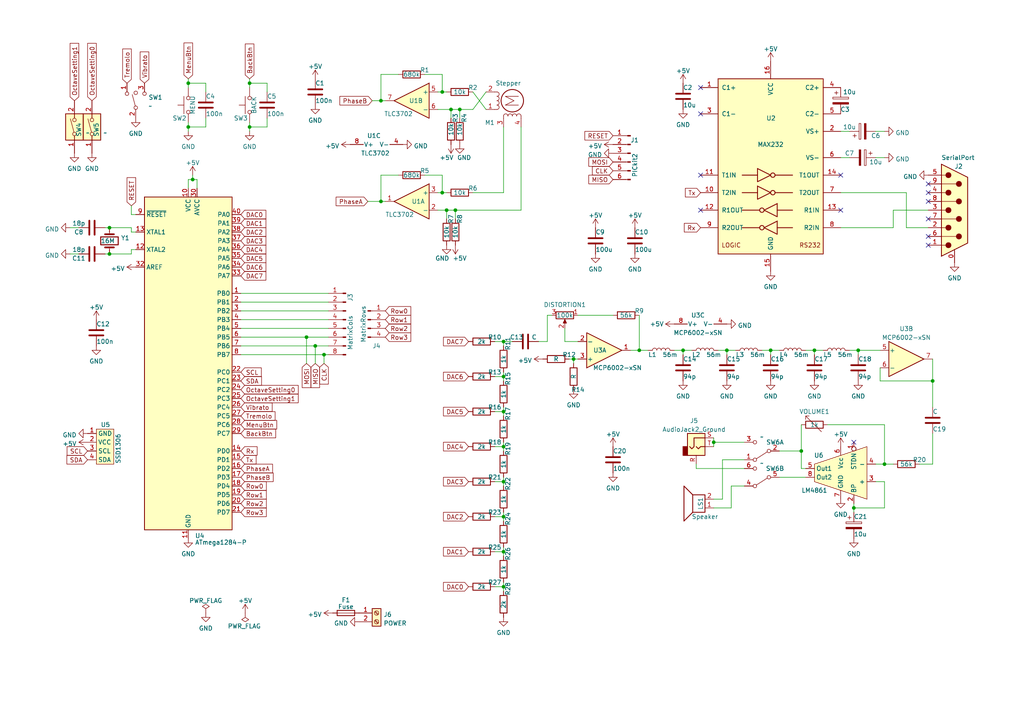
<source format=kicad_sch>
(kicad_sch (version 20230121) (generator eeschema)
  (paper "A4")
  (title_block (title "FSharp32"))
  (junction (at 256.54 134.62))
  (junction (at 146.05 129.54))
  (junction (at 210.82 101.6))
  (junction (at 270.51 110.49))
  (junction (at 129.54 60.96))
  (junction (at 207.01 128.27))
  (junction (at 198.12 101.6))
  (junction (at 146.05 119.38))
  (junction (at 91.44 100.33))
  (junction (at 132.08 60.96))
  (junction (at 146.05 99.06))
  (junction (at 146.05 149.86))
  (junction (at 185.42 101.6))
  (junction (at 72.39 36.83))
  (junction (at 130.81 31.75))
  (junction (at 110.49 58.42))
  (junction (at 54.61 24.13))
  (junction (at 146.05 170.18))
  (junction (at 31.75 73.66))
  (junction (at 133.35 31.75))
  (junction (at 88.9 97.79))
  (junction (at 93.98 102.87))
  (junction (at 31.75 66.04))
  (junction (at 128.27 26.67))
  (junction (at 236.22 101.6))
  (junction (at 110.49 29.21))
  (junction (at 146.05 139.7))
  (junction (at 146.05 160.02))
  (junction (at 54.61 36.83))
  (junction (at 232.41 130.81))
  (junction (at 128.27 55.88))
  (junction (at 146.05 109.22))
  (junction (at 247.65 147.32))
  (junction (at 55.88 52.07))
  (junction (at 166.37 104.14))
  (junction (at 223.52 101.6))
  (junction (at 248.92 101.6))
  (junction (at 72.39 24.13))
  (no_connect (at 269.24 53.34))
  (no_connect (at 269.24 71.12))
  (no_connect (at 243.84 50.8))
  (no_connect (at 269.24 55.88))
  (no_connect (at 203.2 50.8))
  (no_connect (at 269.24 63.5))
  (no_connect (at 247.65 128.27))
  (no_connect (at 203.2 25.4))
  (no_connect (at 243.84 60.96))
  (no_connect (at 203.2 33.02))
  (no_connect (at 269.24 68.58))
  (no_connect (at 269.24 58.42))
  (no_connect (at 203.2 60.96))
  (wire (pts (xy 210.82 102.87) (xy 210.82 101.6)))
  (wire (pts (xy 256.54 147.32) (xy 256.54 139.7)))
  (wire (pts (xy 146.05 36.83) (xy 146.05 55.88)))
  (wire (pts (xy 243.84 55.88) (xy 262.89 55.88)))
  (wire (pts (xy 69.85 87.63) (xy 95.25 87.63)))
  (wire (pts (xy 69.85 85.09) (xy 95.25 85.09)))
  (wire (pts (xy 30.48 66.04) (xy 31.75 66.04)))
  (wire (pts (xy 207.01 127) (xy 207.01 128.27)))
  (wire (pts (xy 146.05 168.91) (xy 146.05 170.18)))
  (wire (pts (xy 55.88 52.07) (xy 54.61 52.07)))
  (wire (pts (xy 156.21 99.06) (xy 158.75 99.06)))
  (wire (pts (xy 185.42 91.44) (xy 185.42 101.6)))
  (wire (pts (xy 88.9 97.79) (xy 95.25 97.79)))
  (wire (pts (xy 262.89 55.88) (xy 262.89 66.04)))
  (wire (pts (xy 106.68 58.42) (xy 110.49 58.42)))
  (wire (pts (xy 262.89 66.04) (xy 269.24 66.04)))
  (wire (pts (xy 163.83 99.06) (xy 167.64 99.06)))
  (wire (pts (xy 69.85 90.17) (xy 95.25 90.17)))
  (wire (pts (xy 185.42 101.6) (xy 182.88 101.6)))
  (wire (pts (xy 146.05 160.02) (xy 146.05 158.75)))
  (wire (pts (xy 201.93 135.89) (xy 201.93 134.62)))
  (wire (pts (xy 123.19 21.59) (xy 128.27 21.59)))
  (wire (pts (xy 146.05 99.06) (xy 146.05 100.33)))
  (wire (pts (xy 133.35 31.75) (xy 137.16 31.75)))
  (wire (pts (xy 226.06 130.81) (xy 232.41 130.81)))
  (wire (pts (xy 130.81 31.75) (xy 130.81 34.29)))
  (wire (pts (xy 20.32 66.04) (xy 22.86 66.04)))
  (wire (pts (xy 255.27 110.49) (xy 270.51 110.49)))
  (wire (pts (xy 254 134.62) (xy 256.54 134.62)))
  (wire (pts (xy 30.48 73.66) (xy 31.75 73.66)))
  (wire (pts (xy 243.84 38.1) (xy 246.38 38.1)))
  (wire (pts (xy 248.92 101.6) (xy 246.38 101.6)))
  (wire (pts (xy 128.27 50.8) (xy 123.19 50.8)))
  (wire (pts (xy 91.44 100.33) (xy 95.25 100.33)))
  (wire (pts (xy 158.75 91.44) (xy 160.02 91.44)))
  (wire (pts (xy 54.61 24.13) (xy 54.61 25.4)))
  (wire (pts (xy 146.05 55.88) (xy 137.16 55.88)))
  (wire (pts (xy 20.32 73.66) (xy 22.86 73.66)))
  (wire (pts (xy 59.69 24.13) (xy 54.61 24.13)))
  (wire (pts (xy 38.1 59.69) (xy 38.1 62.23)))
  (wire (pts (xy 146.05 129.54) (xy 146.05 130.81)))
  (wire (pts (xy 163.83 95.25) (xy 163.83 99.06)))
  (wire (pts (xy 110.49 50.8) (xy 110.49 58.42)))
  (wire (pts (xy 209.55 133.35) (xy 215.9 133.35)))
  (wire (pts (xy 137.16 31.75) (xy 140.97 26.67)))
  (wire (pts (xy 212.09 140.97) (xy 215.9 140.97)))
  (wire (pts (xy 143.51 170.18) (xy 146.05 170.18)))
  (wire (pts (xy 111.76 29.21) (xy 110.49 29.21)))
  (wire (pts (xy 243.84 66.04) (xy 259.08 66.04)))
  (wire (pts (xy 128.27 55.88) (xy 128.27 50.8)))
  (wire (pts (xy 167.64 91.44) (xy 177.8 91.44)))
  (wire (pts (xy 38.1 73.66) (xy 31.75 73.66)))
  (wire (pts (xy 166.37 104.14) (xy 167.64 104.14)))
  (wire (pts (xy 207.01 147.32) (xy 212.09 147.32)))
  (wire (pts (xy 210.82 101.6) (xy 208.28 101.6)))
  (wire (pts (xy 198.12 102.87) (xy 198.12 101.6)))
  (wire (pts (xy 185.42 101.6) (xy 187.96 101.6)))
  (wire (pts (xy 209.55 144.78) (xy 209.55 133.35)))
  (wire (pts (xy 132.08 63.5) (xy 132.08 60.96)))
  (wire (pts (xy 93.98 102.87) (xy 93.98 105.41)))
  (wire (pts (xy 248.92 101.6) (xy 255.27 101.6)))
  (wire (pts (xy 266.7 134.62) (xy 270.51 134.62)))
  (wire (pts (xy 232.41 135.89) (xy 233.68 135.89)))
  (wire (pts (xy 77.47 24.13) (xy 77.47 26.67)))
  (wire (pts (xy 72.39 24.13) (xy 72.39 25.4)))
  (wire (pts (xy 107.95 29.21) (xy 110.49 29.21)))
  (wire (pts (xy 210.82 101.6) (xy 213.36 101.6)))
  (wire (pts (xy 165.1 104.14) (xy 166.37 104.14)))
  (wire (pts (xy 215.9 135.89) (xy 201.93 135.89)))
  (wire (pts (xy 259.08 60.96) (xy 269.24 60.96)))
  (wire (pts (xy 143.51 119.38) (xy 146.05 119.38)))
  (wire (pts (xy 143.51 129.54) (xy 146.05 129.54)))
  (wire (pts (xy 223.52 101.6) (xy 220.98 101.6)))
  (wire (pts (xy 270.51 125.73) (xy 270.51 134.62)))
  (wire (pts (xy 129.54 63.5) (xy 129.54 60.96)))
  (wire (pts (xy 146.05 139.7) (xy 146.05 140.97)))
  (wire (pts (xy 247.65 147.32) (xy 247.65 148.59)))
  (wire (pts (xy 146.05 99.06) (xy 148.59 99.06)))
  (wire (pts (xy 127 31.75) (xy 130.81 31.75)))
  (wire (pts (xy 226.06 138.43) (xy 233.68 138.43)))
  (wire (pts (xy 69.85 97.79) (xy 88.9 97.79)))
  (wire (pts (xy 254 38.1) (xy 256.54 38.1)))
  (wire (pts (xy 57.15 52.07) (xy 57.15 54.61)))
  (wire (pts (xy 232.41 123.19) (xy 232.41 130.81)))
  (wire (pts (xy 146.05 109.22) (xy 146.05 110.49)))
  (wire (pts (xy 146.05 148.59) (xy 146.05 149.86)))
  (wire (pts (xy 93.98 102.87) (xy 95.25 102.87)))
  (wire (pts (xy 69.85 92.71) (xy 95.25 92.71)))
  (wire (pts (xy 143.51 99.06) (xy 146.05 99.06)))
  (wire (pts (xy 54.61 38.1) (xy 54.61 36.83)))
  (wire (pts (xy 247.65 147.32) (xy 256.54 147.32)))
  (wire (pts (xy 198.12 101.6) (xy 200.66 101.6)))
  (wire (pts (xy 207.01 128.27) (xy 207.01 129.54)))
  (wire (pts (xy 59.69 36.83) (xy 59.69 34.29)))
  (wire (pts (xy 212.09 147.32) (xy 212.09 140.97)))
  (wire (pts (xy 236.22 101.6) (xy 238.76 101.6)))
  (wire (pts (xy 256.54 134.62) (xy 256.54 123.19)))
  (wire (pts (xy 69.85 100.33) (xy 91.44 100.33)))
  (wire (pts (xy 158.75 99.06) (xy 158.75 91.44)))
  (wire (pts (xy 72.39 22.86) (xy 72.39 24.13)))
  (wire (pts (xy 72.39 35.56) (xy 72.39 36.83)))
  (wire (pts (xy 128.27 55.88) (xy 129.54 55.88)))
  (wire (pts (xy 72.39 36.83) (xy 72.39 38.1)))
  (wire (pts (xy 59.69 26.67) (xy 59.69 24.13)))
  (wire (pts (xy 127 26.67) (xy 128.27 26.67)))
  (wire (pts (xy 129.54 60.96) (xy 127 60.96)))
  (wire (pts (xy 128.27 26.67) (xy 129.54 26.67)))
  (wire (pts (xy 110.49 58.42) (xy 111.76 58.42)))
  (wire (pts (xy 91.44 100.33) (xy 91.44 105.41)))
  (wire (pts (xy 54.61 52.07) (xy 54.61 54.61)))
  (wire (pts (xy 259.08 66.04) (xy 259.08 60.96)))
  (wire (pts (xy 31.75 66.04) (xy 38.1 66.04)))
  (wire (pts (xy 207.01 144.78) (xy 209.55 144.78)))
  (wire (pts (xy 198.12 101.6) (xy 195.58 101.6)))
  (wire (pts (xy 72.39 24.13) (xy 77.47 24.13)))
  (wire (pts (xy 236.22 101.6) (xy 233.68 101.6)))
  (wire (pts (xy 38.1 66.04) (xy 38.1 67.31)))
  (wire (pts (xy 207.01 128.27) (xy 215.9 128.27)))
  (wire (pts (xy 128.27 21.59) (xy 128.27 26.67)))
  (wire (pts (xy 232.41 130.81) (xy 232.41 135.89)))
  (wire (pts (xy 137.16 26.67) (xy 140.97 31.75)))
  (wire (pts (xy 247.65 146.05) (xy 247.65 147.32)))
  (wire (pts (xy 256.54 139.7) (xy 254 139.7)))
  (wire (pts (xy 166.37 104.14) (xy 166.37 105.41)))
  (wire (pts (xy 146.05 170.18) (xy 146.05 171.45)))
  (wire (pts (xy 256.54 123.19) (xy 240.03 123.19)))
  (wire (pts (xy 254 45.72) (xy 256.54 45.72)))
  (wire (pts (xy 143.51 149.86) (xy 146.05 149.86)))
  (wire (pts (xy 110.49 29.21) (xy 110.49 21.59)))
  (wire (pts (xy 54.61 24.13) (xy 54.61 22.86)))
  (wire (pts (xy 243.84 45.72) (xy 246.38 45.72)))
  (wire (pts (xy 130.81 31.75) (xy 133.35 31.75)))
  (wire (pts (xy 54.61 36.83) (xy 59.69 36.83)))
  (wire (pts (xy 256.54 134.62) (xy 259.08 134.62)))
  (wire (pts (xy 38.1 67.31) (xy 39.37 67.31)))
  (wire (pts (xy 146.05 139.7) (xy 146.05 138.43)))
  (wire (pts (xy 143.51 139.7) (xy 146.05 139.7)))
  (wire (pts (xy 69.85 95.25) (xy 95.25 95.25)))
  (wire (pts (xy 146.05 107.95) (xy 146.05 109.22)))
  (wire (pts (xy 132.08 60.96) (xy 129.54 60.96)))
  (wire (pts (xy 55.88 50.8) (xy 55.88 52.07)))
  (wire (pts (xy 69.85 102.87) (xy 93.98 102.87)))
  (wire (pts (xy 223.52 102.87) (xy 223.52 101.6)))
  (wire (pts (xy 39.37 72.39) (xy 38.1 72.39)))
  (wire (pts (xy 127 55.88) (xy 128.27 55.88)))
  (wire (pts (xy 143.51 160.02) (xy 146.05 160.02)))
  (wire (pts (xy 88.9 97.79) (xy 88.9 105.41)))
  (wire (pts (xy 270.51 104.14) (xy 270.51 110.49)))
  (wire (pts (xy 143.51 109.22) (xy 146.05 109.22)))
  (wire (pts (xy 133.35 31.75) (xy 133.35 34.29)))
  (wire (pts (xy 77.47 36.83) (xy 77.47 34.29)))
  (wire (pts (xy 55.88 52.07) (xy 57.15 52.07)))
  (wire (pts (xy 255.27 106.68) (xy 255.27 110.49)))
  (wire (pts (xy 151.13 60.96) (xy 151.13 36.83)))
  (wire (pts (xy 236.22 102.87) (xy 236.22 101.6)))
  (wire (pts (xy 132.08 60.96) (xy 151.13 60.96)))
  (wire (pts (xy 270.51 110.49) (xy 270.51 118.11)))
  (wire (pts (xy 146.05 160.02) (xy 146.05 161.29)))
  (wire (pts (xy 223.52 101.6) (xy 226.06 101.6)))
  (wire (pts (xy 146.05 128.27) (xy 146.05 129.54)))
  (wire (pts (xy 146.05 119.38) (xy 146.05 120.65)))
  (wire (pts (xy 38.1 72.39) (xy 38.1 73.66)))
  (wire (pts (xy 248.92 102.87) (xy 248.92 101.6)))
  (wire (pts (xy 115.57 50.8) (xy 110.49 50.8)))
  (wire (pts (xy 38.1 62.23) (xy 39.37 62.23)))
  (wire (pts (xy 72.39 36.83) (xy 77.47 36.83)))
  (wire (pts (xy 146.05 149.86) (xy 146.05 151.13)))
  (wire (pts (xy 54.61 35.56) (xy 54.61 36.83)))
  (wire (pts (xy 146.05 119.38) (xy 146.05 118.11)))
  (wire (pts (xy 110.49 21.59) (xy 115.57 21.59)))
  (global_label "DAC7" (shape input) (at 69.85 80.01 0) (property "Intersheetrefs" "${INTERSHEET_REFS}" (effects hide)))
  (global_label "DAC2" (shape input) (at 69.85 67.31 0) (property "Intersheetrefs" "${INTERSHEET_REFS}" (effects hide)))
  (global_label "DAC0" (shape input) (at 135.89 170.18 180) (property "Intersheetrefs" "${INTERSHEET_REFS}" (effects hide)))
  (global_label "MenuBtn" (shape input) (at 69.85 123.19 0) (property "Intersheetrefs" "${INTERSHEET_REFS}" (effects hide)))
  (global_label "Tremolo" (shape input) (at 36.83 24.13 90) (property "Intersheetrefs" "${INTERSHEET_REFS}" (effects hide)))
  (global_label "Rx" (shape input) (at 203.2 66.04 180) (property "Intersheetrefs" "${INTERSHEET_REFS}" (effects hide)))
  (global_label "PhaseA" (shape input) (at 106.68 58.42 180) (property "Intersheetrefs" "${INTERSHEET_REFS}" (effects hide)))
  (global_label "DAC7" (shape input) (at 135.89 99.06 180) (property "Intersheetrefs" "${INTERSHEET_REFS}" (effects hide)))
  (global_label "RESET" (shape input) (at 177.8 39.37 180) (property "Intersheetrefs" "${INTERSHEET_REFS}" (effects hide)))
  (global_label "DAC4" (shape input) (at 69.85 72.39 0) (property "Intersheetrefs" "${INTERSHEET_REFS}" (effects hide)))
  (global_label "DAC1" (shape input) (at 135.89 160.02 180) (property "Intersheetrefs" "${INTERSHEET_REFS}" (effects hide)))
  (global_label "DAC3" (shape input) (at 69.85 69.85 0) (property "Intersheetrefs" "${INTERSHEET_REFS}" (effects hide)))
  (global_label "Row1" (shape input) (at 69.85 143.51 0) (property "Intersheetrefs" "${INTERSHEET_REFS}" (effects hide)))
  (global_label "CLK" (shape input) (at 177.8 49.53 180) (property "Intersheetrefs" "${INTERSHEET_REFS}" (effects hide)))
  (global_label "Vibrato" (shape input) (at 69.85 118.11 0) (property "Intersheetrefs" "${INTERSHEET_REFS}" (effects hide)))
  (global_label "CLK" (shape input) (at 93.98 105.41 270) (property "Intersheetrefs" "${INTERSHEET_REFS}" (effects hide)))
  (global_label "Vibrato" (shape input) (at 41.91 24.13 90) (property "Intersheetrefs" "${INTERSHEET_REFS}" (effects hide)))
  (global_label "Row3" (shape input) (at 111.76 97.79 0) (property "Intersheetrefs" "${INTERSHEET_REFS}" (effects hide)))
  (global_label "PhaseB" (shape input) (at 69.85 138.43 0) (property "Intersheetrefs" "${INTERSHEET_REFS}" (effects hide)))
  (global_label "RESET" (shape input) (at 38.1 59.69 90) (property "Intersheetrefs" "${INTERSHEET_REFS}" (effects hide)))
  (global_label "DAC4" (shape input) (at 135.89 129.54 180) (property "Intersheetrefs" "${INTERSHEET_REFS}" (effects hide)))
  (global_label "DAC2" (shape input) (at 135.89 149.86 180) (property "Intersheetrefs" "${INTERSHEET_REFS}" (effects hide)))
  (global_label "Row0" (shape input) (at 111.76 90.17 0) (property "Intersheetrefs" "${INTERSHEET_REFS}" (effects hide)))
  (global_label "DAC1" (shape input) (at 69.85 64.77 0) (property "Intersheetrefs" "${INTERSHEET_REFS}" (effects hide)))
  (global_label "OctaveSetting0" (shape input) (at 69.85 113.03 0) (property "Intersheetrefs" "${INTERSHEET_REFS}" (effects hide)))
  (global_label "PhaseB" (shape input) (at 107.95 29.21 180) (property "Intersheetrefs" "${INTERSHEET_REFS}" (effects hide)))
  (global_label "OctaveSetting1" (shape input) (at 69.85 115.57 0) (property "Intersheetrefs" "${INTERSHEET_REFS}" (effects hide)))
  (global_label "PhaseA" (shape input) (at 69.85 135.89 0) (property "Intersheetrefs" "${INTERSHEET_REFS}" (effects hide)))
  (global_label "SCL" (shape input) (at 69.85 107.95 0) (property "Intersheetrefs" "${INTERSHEET_REFS}" (effects hide)))
  (global_label "OctaveSetting1" (shape input) (at 21.59 29.21 90) (property "Intersheetrefs" "${INTERSHEET_REFS}" (effects hide)))
  (global_label "DAC5" (shape input) (at 69.85 74.93 0) (property "Intersheetrefs" "${INTERSHEET_REFS}" (effects hide)))
  (global_label "MenuBtn" (shape input) (at 54.61 22.86 90) (property "Intersheetrefs" "${INTERSHEET_REFS}" (effects hide)))
  (global_label "MOSI" (shape input) (at 177.8 46.99 180) (property "Intersheetrefs" "${INTERSHEET_REFS}" (effects hide)))
  (global_label "BackBtn" (shape input) (at 69.85 125.73 0) (property "Intersheetrefs" "${INTERSHEET_REFS}" (effects hide)))
  (global_label "DAC3" (shape input) (at 135.89 139.7 180) (property "Intersheetrefs" "${INTERSHEET_REFS}" (effects hide)))
  (global_label "DAC6" (shape input) (at 69.85 77.47 0) (property "Intersheetrefs" "${INTERSHEET_REFS}" (effects hide)))
  (global_label "Row2" (shape input) (at 111.76 95.25 0) (property "Intersheetrefs" "${INTERSHEET_REFS}" (effects hide)))
  (global_label "DAC6" (shape input) (at 135.89 109.22 180) (property "Intersheetrefs" "${INTERSHEET_REFS}" (effects hide)))
  (global_label "Tx" (shape input) (at 69.85 133.35 0) (property "Intersheetrefs" "${INTERSHEET_REFS}" (effects hide)))
  (global_label "MISO" (shape input) (at 91.44 105.41 270) (property "Intersheetrefs" "${INTERSHEET_REFS}" (effects hide)))
  (global_label "BackBtn" (shape input) (at 72.39 22.86 90) (property "Intersheetrefs" "${INTERSHEET_REFS}" (effects hide)))
  (global_label "Tx" (shape input) (at 203.2 55.88 180) (property "Intersheetrefs" "${INTERSHEET_REFS}" (effects hide)))
  (global_label "MOSI" (shape input) (at 88.9 105.41 270) (property "Intersheetrefs" "${INTERSHEET_REFS}" (effects hide)))
  (global_label "SDA" (shape input) (at 69.85 110.49 0) (property "Intersheetrefs" "${INTERSHEET_REFS}" (effects hide)))
  (global_label "Tremolo" (shape input) (at 69.85 120.65 0) (property "Intersheetrefs" "${INTERSHEET_REFS}" (effects hide)))
  (global_label "SDA" (shape input) (at 25.4 133.35 180) (property "Intersheetrefs" "${INTERSHEET_REFS}" (effects hide)))
  (global_label "SCL" (shape input) (at 25.4 130.81 180) (property "Intersheetrefs" "${INTERSHEET_REFS}" (effects hide)))
  (global_label "Row1" (shape input) (at 111.76 92.71 0) (property "Intersheetrefs" "${INTERSHEET_REFS}" (effects hide)))
  (global_label "MISO" (shape input) (at 177.8 52.07 180) (property "Intersheetrefs" "${INTERSHEET_REFS}" (effects hide)))
  (global_label "Rx" (shape input) (at 69.85 130.81 0) (property "Intersheetrefs" "${INTERSHEET_REFS}" (effects hide)))
  (global_label "Row0" (shape input) (at 69.85 140.97 0) (property "Intersheetrefs" "${INTERSHEET_REFS}" (effects hide)))
  (global_label "Row3" (shape input) (at 69.85 148.59 0) (property "Intersheetrefs" "${INTERSHEET_REFS}" (effects hide)))
  (global_label "DAC5" (shape input) (at 135.89 119.38 180) (property "Intersheetrefs" "${INTERSHEET_REFS}" (effects hide)))
  (global_label "Row2" (shape input) (at 69.85 146.05 0) (property "Intersheetrefs" "${INTERSHEET_REFS}" (effects hide)))
  (global_label "DAC0" (shape input) (at 69.85 62.23 0) (property "Intersheetrefs" "${INTERSHEET_REFS}" (effects hide)))
  (global_label "OctaveSetting0" (shape input) (at 26.67 29.21 90) (property "Intersheetrefs" "${INTERSHEET_REFS}" (effects hide)))
  (symbol (lib_id "power:GND") (at 198.12 110.49 0) (unit 1)
    (property "Reference" "#PWR037" (effects hide))
    (property "Value" "GND" (at 198.12 114.9334 0))
  )
  (symbol (lib_id "Device:R") (at 139.7 149.86 90) (unit 1)
    (property "Reference" "R23" (at 143.51 148.59 90))
    (property "Value" "2k" (at 139.7 149.86 90))
    (property "Footprint" "Resistor_THT:R_Axial_DIN0207_L6.3mm_D2.5mm_P7.62mm_Horizontal" (effects hide))
  )
  (symbol (lib_id "Device:R") (at 133.35 55.88 90) (unit 1)
    (property "Reference" "R6" (at 137.16 54.61 90))
    (property "Value" "10k" (at 133.35 55.88 90))
    (property "Footprint" "Resistor_THT:R_Axial_DIN0204_L3.6mm_D1.6mm_P7.62mm_Horizontal" (effects hide))
  )
  (symbol (lib_id "Device:C") (at 198.12 27.94 0) (unit 1)
    (property "Reference" "C2" (at 198.12 25.4 0) (effects (justify left)))
    (property "Value" "10u" (at 198.12 30.48 0) (effects (justify left)))
    (property "Footprint" "Capacitor_THT:CP_Radial_Tantal_D5.0mm_P2.50mm" (effects hide))
  )
  (symbol (lib_id "Device:C_Polarized") (at 247.65 152.4 0) (unit 1)
    (property "Reference" "C21" (at 247.65 149.86 0) (effects (justify left)))
    (property "Value" "10u" (at 247.65 154.94 0) (effects (justify left)))
    (property "Footprint" "Capacitor_THT:CP_Radial_Tantal_D5.0mm_P2.50mm" (effects hide))
  )
  (symbol (lib_id "Device:R") (at 146.05 144.78 0) (unit 1)
    (property "Reference" "R22" (at 147.32 142.24 90) (effects (justify left)))
    (property "Value" "1k" (at 146.05 146.05 90) (effects (justify left)))
    (property "Footprint" "Resistor_THT:R_Axial_DIN0207_L6.3mm_D2.5mm_P7.62mm_Horizontal" (effects hide))
  )
  (symbol (lib_id "Amplifier_Operational:MCP6002-xSN") (at 262.89 104.14 0) (unit 2)
    (property "Reference" "U3" (at 262.89 95.3602 0))
    (property "Value" "MCP6002-xSN" (at 262.89 97.8971 0))
    (property "Footprint" "Package_SO:SOIC-8_3.9x4.9mm_P1.27mm" (effects hide))
    (property "Datasheet" "http://ww1.microchip.com/downloads/en/DeviceDoc/21733j.pdf" (effects hide))
  )
  (symbol (lib_id "Device:R") (at 166.37 109.22 0) (unit 1)
    (property "Reference" "R14" (at 167.64 113.03 0))
    (property "Value" "R" (at 166.37 109.22 90))
    (property "Footprint" "Resistor_SMD:R_0805_2012Metric" (effects hide))
  )
  (symbol (lib_id "power:GND") (at 172.72 73.66 0) (unit 1)
    (property "Reference" "#PWR027" (effects hide))
    (property "Value" "GND" (at 172.72 78.1034 0))
  )
  (symbol (lib_id "Device:R") (at 161.29 104.14 90) (unit 1)
    (property "Reference" "R12" (at 165.1 102.87 90))
    (property "Value" "R" (at 161.29 104.14 90))
    (property "Footprint" "Resistor_SMD:R_0805_2012Metric" (effects hide))
  )
  (symbol (lib_id "Device:R") (at 146.05 114.3 0) (unit 1)
    (property "Reference" "R15" (at 147.32 111.76 90) (effects (justify left)))
    (property "Value" "1k" (at 146.05 115.57 90) (effects (justify left)))
    (property "Footprint" "Resistor_THT:R_Axial_DIN0207_L6.3mm_D2.5mm_P7.62mm_Horizontal" (effects hide))
  )
  (symbol (lib_id "power:GND") (at 198.12 31.75 0) (unit 1)
    (property "Reference" "#PWR05" (effects hide))
    (property "Value" "GND" (at 198.12 36.1934 0))
  )
  (symbol (lib_id "Device:R") (at 133.35 26.67 90) (unit 1)
    (property "Reference" "R2" (at 137.16 25.4 90))
    (property "Value" "10k" (at 133.35 26.67 90))
    (property "Footprint" "Resistor_THT:R_Axial_DIN0204_L3.6mm_D1.6mm_P7.62mm_Horizontal" (effects hide))
  )
  (symbol (lib_id "power:+5V") (at 172.72 66.04 0) (unit 1)
    (property "Reference" "#PWR022" (effects hide))
    (property "Value" "+5V" (at 172.72 62.4642 0))
  )
  (symbol (lib_id "Device:C") (at 236.22 106.68 0) (unit 1)
    (property "Reference" "C17" (at 236.22 104.14 0) (effects (justify left)))
    (property "Value" "94p" (at 236.22 109.22 0) (effects (justify left)))
    (property "Footprint" "Capacitor_THT:C_Rect_L7.0mm_W2.0mm_P5.00mm" (effects hide))
  )
  (symbol (lib_id "power:GND") (at 27.94 100.33 0) (unit 1)
    (property "Reference" "#PWR035" (effects hide))
    (property "Value" "GND" (at 27.94 104.7734 0))
  )
  (symbol (lib_id "power:GND") (at 104.14 180.34 270) (unit 1)
    (property "Reference" "#PWR055" (effects hide))
    (property "Value" "GND" (at 100.9651 180.7738 90) (effects (justify right)))
  )
  (symbol (lib_id "MCU_Microchip_ATmega:ATmega1284-P") (at 54.61 105.41 0) (unit 1)
    (property "Reference" "U4" (at 56.5659 155.3925 0) (effects (justify left)))
    (property "Value" "ATmega1284-P" (at 56.5659 157.3135 0) (effects (justify left)))
    (property "Footprint" "Package_DIP:DIP-40_W15.24mm" (effects hide))
    (property "Datasheet" "http://ww1.microchip.com/downloads/en/DeviceDoc/Atmel-8272-8-bit-AVR-microcontroller-ATmega164A_PA-324A_PA-644A_PA-1284_P_datasheet.pdf" (effects hide))
  )
  (symbol (lib_id "Device:Fuse") (at 100.33 177.8 90) (unit 1)
    (property "Reference" "F1" (at 100.33 174.0281 90))
    (property "Value" "Fuse" (at 100.33 175.9491 90))
    (property "Footprint" "Fuse:Fuse_2010_5025Metric" (effects hide))
  )
  (symbol (lib_id "power:GND") (at 236.22 110.49 0) (unit 1)
    (property "Reference" "#PWR040" (effects hide))
    (property "Value" "GND" (at 236.22 114.9334 0))
  )
  (symbol (lib_id "Device:R") (at 139.7 139.7 90) (unit 1)
    (property "Reference" "R21" (at 143.51 138.43 90))
    (property "Value" "2k" (at 139.7 139.7 90))
    (property "Footprint" "Resistor_THT:R_Axial_DIN0207_L6.3mm_D2.5mm_P7.62mm_Horizontal" (effects hide))
  )
  (symbol (lib_id "Switch:SW_SPDT_MSM") (at 39.37 29.21 90) (unit 1)
    (property "Reference" "SW1" (at 43.053 28.2483 90) (effects (justify right)))
    (property "Value" "~" (at 43.053 30.7852 90) (effects (justify right)))
    (property "Footprint" "Connector_PinSocket_2.54mm:PinSocket_1x03_P2.54mm_Vertical" (effects hide))
  )
  (symbol (lib_id "Device:R") (at 132.08 67.31 0) (unit 1)
    (property "Reference" "R8" (at 133.35 63.5 90))
    (property "Value" "10k" (at 132.08 67.31 90))
    (property "Footprint" "Resistor_THT:R_Axial_DIN0204_L3.6mm_D1.6mm_P7.62mm_Horizontal" (effects hide))
  )
  (symbol (lib_id "Device:R") (at 129.54 67.31 0) (unit 1)
    (property "Reference" "R7" (at 130.81 63.5 90))
    (property "Value" "10k" (at 129.54 67.31 90))
    (property "Footprint" "Resistor_THT:R_Axial_DIN0204_L3.6mm_D1.6mm_P7.62mm_Horizontal" (effects hide))
  )
  (symbol (lib_id "Device:R_Potentiometer") (at 163.83 91.44 270) (unit 1)
    (property "Reference" "DISTORTION1" (at 163.83 88.3936 90))
    (property "Value" "100k" (at 163.83 91.44 90))
    (property "Footprint" "Connector_PinSocket_2.54mm:PinSocket_1x02_P2.54mm_Vertical" (effects hide))
  )
  (symbol (lib_id "Device:Speaker") (at 201.93 147.32 180) (unit 1)
    (property "Reference" "LS1" (at 203.2 146.05 90))
    (property "Value" "Speaker" (at 204.47 149.86 0))
    (property "Footprint" "TerminalBlock:TerminalBlock_bornier-2_P5.08mm" (effects hide))
  )
  (symbol (lib_id "power:+5V") (at 27.94 92.71 0) (unit 1)
    (property "Reference" "#PWR032" (effects hide))
    (property "Value" "+5V" (at 27.94 89.1342 0))
  )
  (symbol (lib_id "Device:R") (at 139.7 170.18 90) (unit 1)
    (property "Reference" "R27" (at 143.51 168.91 90))
    (property "Value" "2k" (at 139.7 170.18 90))
    (property "Footprint" "Resistor_THT:R_Axial_DIN0207_L6.3mm_D2.5mm_P7.62mm_Horizontal" (effects hide))
  )
  (symbol (lib_id "power:+5V") (at 177.8 41.91 90) (unit 1)
    (property "Reference" "#PWR014" (effects hide))
    (property "Value" "+5V" (at 174.6251 42.3438 90) (effects (justify left)))
  )
  (symbol (lib_id "Device:L") (at 229.87 101.6 90) (unit 1)
    (property "Reference" "L4" (at 227.33 102.87 90))
    (property "Value" "56m" (at 232.41 102.87 90))
    (property "Footprint" "Inductor_THT:L_Axial_L6.6mm_D2.7mm_P10.16mm_Horizontal_Vishay_IM-2" (effects hide))
  )
  (symbol (lib_id "Device:C") (at 26.67 66.04 90) (unit 1)
    (property "Reference" "C8" (at 22.86 67.31 90))
    (property "Value" "18p" (at 22.86 64.77 90))
    (property "Footprint" "Capacitor_THT:C_Rect_L4.0mm_W2.5mm_P2.50mm" (effects hide))
  )
  (symbol (lib_id "power:GND") (at 20.32 66.04 270) (unit 1)
    (property "Reference" "#PWR021" (effects hide))
    (property "Value" "GND" (at 17.1451 66.4738 90) (effects (justify right)))
  )
  (symbol (lib_id "Device:R") (at 262.89 134.62 90) (unit 1)
    (property "Reference" "R20" (at 266.7 133.35 90))
    (property "Value" "56k" (at 262.89 134.62 90))
    (property "Footprint" "Resistor_SMD:R_0805_2012Metric" (effects hide))
  )
  (symbol (lib_id "Device:C") (at 270.51 121.92 0) (mirror x) (unit 1)
    (property "Reference" "C19" (at 270.51 124.46 0) (effects (justify left)))
    (property "Value" "C" (at 270.51 119.38 0) (effects (justify left)))
    (property "Footprint" "Capacitor_SMD:C_0805_2012Metric" (effects hide))
  )
  (symbol (lib_id "power:+5V") (at 39.37 77.47 90) (unit 1)
    (property "Reference" "#PWR030" (effects hide))
    (property "Value" "+5V" (at 36.1951 77.9038 90) (effects (justify left)))
  )
  (symbol (lib_id "Connector:Conn_01x04_Pin") (at 106.68 92.71 0) (unit 1)
    (property "Reference" "J4" (at 109.22 100.33 0))
    (property "Value" "MatrixRows" (at 105.41 93.98 90))
    (property "Footprint" "Connector_PinSocket_2.54mm:PinSocket_1x04_P2.54mm_Vertical" (effects hide))
  )
  (symbol (lib_id "power:GND") (at 248.92 110.49 0) (unit 1)
    (property "Reference" "#PWR041" (effects hide))
    (property "Value" "GND" (at 248.92 114.9334 0))
  )
  (symbol (lib_id "Device:R") (at 146.05 104.14 0) (unit 1)
    (property "Reference" "R11" (at 147.32 101.6 90) (effects (justify left)))
    (property "Value" "1k" (at 146.05 105.41 90) (effects (justify left)))
    (property "Footprint" "Resistor_THT:R_Axial_DIN0207_L6.3mm_D2.5mm_P7.62mm_Horizontal" (effects hide))
  )
  (symbol (lib_id "power:GND") (at 25.4 125.73 270) (unit 1)
    (property "Reference" "#PWR043" (effects hide))
    (property "Value" "GND" (at 22.2251 126.1638 90) (effects (justify right)))
  )
  (symbol (lib_id "Device:R") (at 130.81 38.1 0) (unit 1)
    (property "Reference" "R3" (at 132.08 35.56 90) (effects (justify left)))
    (property "Value" "10k" (at 130.81 39.37 90) (effects (justify left)))
    (property "Footprint" "Resistor_THT:R_Axial_DIN0204_L3.6mm_D1.6mm_P7.62mm_Horizontal" (effects hide))
  )
  (symbol (lib_id "Device:R") (at 139.7 160.02 90) (unit 1)
    (property "Reference" "R25" (at 143.51 158.75 90))
    (property "Value" "2k" (at 139.7 160.02 90))
    (property "Footprint" "Resistor_THT:R_Axial_DIN0207_L6.3mm_D2.5mm_P7.62mm_Horizontal" (effects hide))
  )
  (symbol (lib_id "Motor:Stepper_Motor_bipolar") (at 148.59 29.21 90) (unit 1)
    (property "Reference" "M1" (at 143.51 35.56 90) (effects (justify left)))
    (property "Value" "Stepper" (at 151.13 24.13 90) (effects (justify left)))
    (property "Footprint" "Connector_PinSocket_2.54mm:PinSocket_1x04_P2.54mm_Vertical" (effects hide))
    (property "Datasheet" "http://www.infineon.com/dgdl/Application-Note-TLE8110EE_driving_UniPolarStepperMotor_V1.1.pdf?fileId=db3a30431be39b97011be5d0aa0a00b0" (effects hide))
  )
  (symbol (lib_id "power:+5V") (at 71.12 177.8 0) (unit 1)
    (property "Reference" "#PWR052" (effects hide))
    (property "Value" "+5V" (at 71.12 174.2242 0))
  )
  (symbol (lib_id "Device:Crystal") (at 31.75 69.85 270) (unit 1)
    (property "Reference" "Y1" (at 35.0774 69.0153 90) (effects (justify left)))
    (property "Value" "16M" (at 29.21 69.85 90) (effects (justify left)))
    (property "Footprint" "Crystal:Resonator-2Pin_W10.0mm_H5.0mm" (effects hide))
  )
  (symbol (lib_id "Switch:SW_Push") (at 54.61 30.48 90) (unit 1)
    (property "Reference" "SW2" (at 52.07 34.29 90))
    (property "Value" "MENU" (at 55.88 30.48 0))
    (property "Footprint" "Connector_PinSocket_2.54mm:PinSocket_1x02_P2.54mm_Vertical" (effects hide))
  )
  (symbol (lib_id "Device:R") (at 119.38 50.8 90) (unit 1)
    (property "Reference" "R5" (at 123.19 49.53 90))
    (property "Value" "680k" (at 119.38 50.8 90))
    (property "Footprint" "Resistor_THT:R_Axial_DIN0204_L3.6mm_D1.6mm_P7.62mm_Horizontal" (effects hide))
  )
  (symbol (lib_id "power:GND") (at 223.52 110.49 0) (unit 1)
    (property "Reference" "#PWR039" (effects hide))
    (property "Value" "GND" (at 223.52 114.9334 0))
  )
  (symbol (lib_id "Device:R") (at 146.05 175.26 0) (unit 1)
    (property "Reference" "R28" (at 147.32 172.72 90) (effects (justify left)))
    (property "Value" "2k" (at 146.05 176.53 90) (effects (justify left)))
    (property "Footprint" "Resistor_THT:R_Axial_DIN0207_L6.3mm_D2.5mm_P7.62mm_Horizontal" (effects hide))
  )
  (symbol (lib_id "Amplifier_Operational:MCP6002-xSN") (at 203.2 91.44 90) (unit 3)
    (property "Reference" "U3" (at 204.47 91.44 90) (effects (justify left)))
    (property "Value" "MCP6002-xSN" (at 209.55 96.52 90) (effects (justify left)))
    (property "Footprint" "Package_SO:SOIC-8_3.9x4.9mm_P1.27mm" (effects hide))
    (property "Datasheet" "http://ww1.microchip.com/downloads/en/DeviceDoc/21733j.pdf" (effects hide))
  )
  (symbol (lib_id "Device:R") (at 146.05 165.1 0) (unit 1)
    (property "Reference" "R26" (at 147.32 162.56 90) (effects (justify left)))
    (property "Value" "1k" (at 146.05 166.37 90) (effects (justify left)))
    (property "Footprint" "Resistor_THT:R_Axial_DIN0207_L6.3mm_D2.5mm_P7.62mm_Horizontal" (effects hide))
  )
  (symbol (lib_id "power:+5V") (at 96.52 177.8 90) (unit 1)
    (property "Reference" "#PWR053" (effects hide))
    (property "Value" "+5V" (at 93.3451 178.2338 90) (effects (justify left)))
  )
  (symbol (lib_id "power:GND") (at 210.82 110.49 0) (unit 1)
    (property "Reference" "#PWR038" (effects hide))
    (property "Value" "GND" (at 210.82 114.9334 0))
  )
  (symbol (lib_id "power:GND") (at 269.24 50.8 270) (unit 1)
    (property "Reference" "#PWR020" (effects hide))
    (property "Value" "GND" (at 266.0651 51.2338 90) (effects (justify right)))
  )
  (symbol (lib_id "Device:C") (at 59.69 30.48 0) (unit 1)
    (property "Reference" "C4" (at 59.69 27.94 0) (effects (justify left)))
    (property "Value" "100n" (at 59.69 33.02 0) (effects (justify left)))
    (property "Footprint" "Capacitor_THT:C_Rect_L4.0mm_W2.5mm_P2.50mm" (effects hide))
  )
  (symbol (lib_id "Device:L") (at 217.17 101.6 90) (unit 1)
    (property "Reference" "L3" (at 214.63 102.87 90))
    (property "Value" "56m" (at 219.71 102.87 90))
    (property "Footprint" "Inductor_THT:L_Axial_L6.6mm_D2.7mm_P10.16mm_Horizontal_Vishay_IM-2" (effects hide))
  )
  (symbol (lib_id "Device:C") (at 223.52 106.68 0) (unit 1)
    (property "Reference" "C16" (at 223.52 104.14 0) (effects (justify left)))
    (property "Value" "94p" (at 223.52 109.22 0) (effects (justify left)))
    (property "Footprint" "Capacitor_THT:C_Rect_L7.0mm_W2.0mm_P5.00mm" (effects hide))
  )
  (symbol (lib_id "power:GND") (at 177.8 44.45 270) (unit 1)
    (property "Reference" "#PWR017" (effects hide))
    (property "Value" "GND" (at 174.6251 44.8838 90) (effects (justify right)))
  )
  (symbol (lib_id "Device:C") (at 248.92 106.68 0) (unit 1)
    (property "Reference" "C18" (at 248.92 104.14 0) (effects (justify left)))
    (property "Value" "94p" (at 248.92 109.22 0) (effects (justify left)))
    (property "Footprint" "Capacitor_THT:C_Rect_L7.0mm_W2.0mm_P5.00mm" (effects hide))
  )
  (symbol (lib_id "Device:R") (at 146.05 134.62 0) (unit 1)
    (property "Reference" "R19" (at 147.32 132.08 90) (effects (justify left)))
    (property "Value" "1k" (at 146.05 135.89 90) (effects (justify left)))
    (property "Footprint" "Resistor_THT:R_Axial_DIN0207_L6.3mm_D2.5mm_P7.62mm_Horizontal" (effects hide))
  )
  (symbol (lib_id "power:+5V") (at 130.81 41.91 180) (unit 1)
    (property "Reference" "#PWR012" (effects hide))
    (property "Value" "+5V" (at 129.54 45.72 0))
  )
  (symbol (lib_id "power:GND") (at 166.37 113.03 0) (unit 1)
    (property "Reference" "#PWR042" (effects hide))
    (property "Value" "GND" (at 166.37 117.4734 0))
  )
  (symbol (lib_id "power:GND") (at 256.54 45.72 90) (unit 1)
    (property "Reference" "#PWR018" (effects hide))
    (property "Value" "GND" (at 259.715 46.1538 90) (effects (justify right)))
  )
  (symbol (lib_id "Flo:LM4861") (at 243.84 137.16 0) (mirror y) (unit 1)
    (property "Reference" "U6" (at 237.49 132.08 0))
    (property "Value" "LM4861" (at 236.22 142.24 0))
    (property "Footprint" "Package_SO:SOIC-8_3.9x4.9mm_P1.27mm" (effects hide))
  )
  (symbol (lib_id "Device:R") (at 119.38 21.59 90) (unit 1)
    (property "Reference" "R1" (at 123.19 20.32 90))
    (property "Value" "680k" (at 119.38 21.59 90))
    (property "Footprint" "Resistor_THT:R_Axial_DIN0204_L3.6mm_D1.6mm_P7.62mm_Horizontal" (effects hide))
  )
  (symbol (lib_id "Switch:SW_DPDT_x2") (at 220.98 130.81 180) (unit 1)
    (property "Reference" "SW6" (at 224.79 128.27 0))
    (property "Value" "~" (at 220.98 126.7261 0))
    (property "Footprint" "Connector_PinSocket_2.54mm:PinSocket_2x03_P2.54mm_Vertical" (effects hide))
  )
  (symbol (lib_id "Switch:SW_DIP_x01") (at 26.67 36.83 90) (unit 1)
    (property "Reference" "SW5" (at 27.94 35.56 0) (effects (justify right)))
    (property "Value" "~" (at 29.972 38.5322 90) (effects (justify right)))
    (property "Footprint" "Connector_PinSocket_2.54mm:PinSocket_1x02_P2.54mm_Vertical" (effects hide))
  )
  (symbol (lib_id "Device:C") (at 198.12 106.68 0) (unit 1)
    (property "Reference" "C14" (at 198.12 104.14 0) (effects (justify left)))
    (property "Value" "94p" (at 198.12 109.22 0) (effects (justify left)))
    (property "Footprint" "Capacitor_THT:C_Rect_L7.0mm_W2.0mm_P5.00mm" (effects hide))
  )
  (symbol (lib_id "power:GND") (at 177.8 137.16 0) (unit 1)
    (property "Reference" "#PWR047" (effects hide))
    (property "Value" "GND" (at 177.8 141.6034 0))
  )
  (symbol (lib_id "Device:C_Polarized") (at 243.84 29.21 0) (unit 1)
    (property "Reference" "C3" (at 245.11 31.75 0))
    (property "Value" "10u" (at 246.38 26.67 0))
    (property "Footprint" "Capacitor_THT:CP_Radial_Tantal_D5.0mm_P2.50mm" (effects hide))
  )
  (symbol (lib_id "power:GND") (at 54.61 38.1 0) (unit 1)
    (property "Reference" "#PWR07" (effects hide))
    (property "Value" "GND" (at 54.61 42.5434 0))
  )
  (symbol (lib_id "Device:C") (at 177.8 133.35 0) (unit 1)
    (property "Reference" "C20" (at 177.8 130.81 0) (effects (justify left)))
    (property "Value" "100n" (at 177.8 135.89 0) (effects (justify left)))
    (property "Footprint" "Capacitor_THT:C_Rect_L4.0mm_W2.5mm_P2.50mm" (effects hide))
  )
  (symbol (lib_id "power:PWR_FLAG") (at 59.69 177.8 0) (unit 1)
    (property "Reference" "#FLG01" (effects hide))
    (property "Value" "PWR_FLAG" (at 59.69 174.2242 0))
  )
  (symbol (lib_id "power:+5V") (at 101.6 41.91 90) (unit 1)
    (property "Reference" "#PWR010" (effects hide))
    (property "Value" "+5V" (at 98.4251 42.3438 90) (effects (justify left)))
  )
  (symbol (lib_id "power:GND") (at 72.39 38.1 0) (unit 1)
    (property "Reference" "#PWR08" (effects hide))
    (property "Value" "GND" (at 72.39 42.5434 0))
  )
  (symbol (lib_id "power:GND") (at 20.32 73.66 270) (unit 1)
    (property "Reference" "#PWR026" (effects hide))
    (property "Value" "GND" (at 17.1451 74.0938 90) (effects (justify right)))
  )
  (symbol (lib_id "power:+5V") (at 132.08 71.12 180) (unit 1)
    (property "Reference" "#PWR025" (effects hide))
    (property "Value" "+5V" (at 133.35 74.93 0))
  )
  (symbol (lib_id "power:GND") (at 146.05 179.07 0) (unit 1)
    (property "Reference" "#PWR054" (effects hide))
    (property "Value" "GND" (at 146.05 183.5134 0))
  )
  (symbol (lib_id "Device:C_Polarized") (at 250.19 45.72 270) (unit 1)
    (property "Reference" "C7" (at 246.38 44.45 90))
    (property "Value" "10u" (at 254 46.99 90))
    (property "Footprint" "Capacitor_THT:CP_Radial_Tantal_D5.0mm_P2.50mm" (effects hide))
  )
  (symbol (lib_id "Device:L") (at 242.57 101.6 90) (unit 1)
    (property "Reference" "L5" (at 240.03 102.87 90))
    (property "Value" "56m" (at 245.11 102.87 90))
    (property "Footprint" "Inductor_THT:L_Axial_L6.6mm_D2.7mm_P10.16mm_Horizontal_Vishay_IM-2" (effects hide))
  )
  (symbol (lib_id "power:+5V") (at 243.84 129.54 0) (unit 1)
    (property "Reference" "#PWR046" (effects hide))
    (property "Value" "+5V" (at 243.84 125.9642 0))
  )
  (symbol (lib_id "Device:R") (at 139.7 119.38 90) (unit 1)
    (property "Reference" "R16" (at 143.51 118.11 90))
    (property "Value" "2k" (at 139.7 119.38 90))
    (property "Footprint" "Resistor_THT:R_Axial_DIN0207_L6.3mm_D2.5mm_P7.62mm_Horizontal" (effects hide))
  )
  (symbol (lib_id "power:+5V") (at 198.12 24.13 0) (unit 1)
    (property "Reference" "#PWR03" (effects hide))
    (property "Value" "+5V" (at 198.12 20.5542 0))
  )
  (symbol (lib_id "Interface_UART:MAX232") (at 223.52 48.26 0) (unit 1)
    (property "Reference" "U2" (at 222.25 34.29 0) (effects (justify left)))
    (property "Value" "MAX232" (at 219.71 41.91 0) (effects (justify left)))
    (property "Footprint" "Package_DIP:DIP-16_W7.62mm" (effects hide))
    (property "Datasheet" "http://www.ti.com/lit/ds/symlink/max232.pdf" (effects hide))
  )
  (symbol (lib_id "power:+5V") (at 184.15 66.04 0) (unit 1)
    (property "Reference" "#PWR023" (effects hide))
    (property "Value" "+5V" (at 184.15 62.4642 0))
  )
  (symbol (lib_id "power:GND") (at 21.59 44.45 0) (unit 1)
    (property "Reference" "#PWR015" (effects hide))
    (property "Value" "GND" (at 21.59 48.8934 0))
  )
  (symbol (lib_id "Device:C") (at 172.72 69.85 0) (unit 1)
    (property "Reference" "C9" (at 172.72 67.31 0) (effects (justify left)))
    (property "Value" "100u" (at 172.72 72.39 0) (effects (justify left)))
    (property "Footprint" "Capacitor_THT:CP_Radial_D10.0mm_P5.00mm" (effects hide))
  )
  (symbol (lib_id "Device:L") (at 191.77 101.6 90) (unit 1)
    (property "Reference" "L1" (at 189.23 102.87 90))
    (property "Value" "56m" (at 194.31 102.87 90))
    (property "Footprint" "Inductor_THT:L_Axial_L6.6mm_D2.7mm_P10.16mm_Horizontal_Vishay_IM-2" (effects hide))
  )
  (symbol (lib_id "power:GND") (at 26.67 44.45 0) (unit 1)
    (property "Reference" "#PWR016" (effects hide))
    (property "Value" "GND" (at 26.67 48.8934 0))
  )
  (symbol (lib_id "Device:C") (at 26.67 73.66 90) (unit 1)
    (property "Reference" "C11" (at 22.86 74.93 90))
    (property "Value" "18p" (at 22.86 72.39 90))
    (property "Footprint" "Capacitor_THT:C_Rect_L4.0mm_W2.5mm_P2.50mm" (effects hide))
  )
  (symbol (lib_id "power:GND") (at 116.84 41.91 90) (unit 1)
    (property "Reference" "#PWR011" (effects hide))
    (property "Value" "GND" (at 120.015 42.3438 90) (effects (justify right)))
  )
  (symbol (lib_id "power:GND") (at 39.37 34.29 0) (unit 1)
    (property "Reference" "#PWR06" (effects hide))
    (property "Value" "GND" (at 39.37 38.7334 0))
  )
  (symbol (lib_id "Connector:Screw_Terminal_01x02") (at 109.22 177.8 0) (unit 1)
    (property "Reference" "J6" (at 111.252 178.2353 0) (effects (justify left)))
    (property "Value" "POWER" (at 111.252 180.7722 0) (effects (justify left)))
    (property "Footprint" "TerminalBlock:TerminalBlock_bornier-2_P5.08mm" (effects hide))
  )
  (symbol (lib_id "power:GND") (at 133.35 41.91 0) (unit 1)
    (property "Reference" "#PWR013" (effects hide))
    (property "Value" "GND" (at 134.62 45.72 0))
  )
  (symbol (lib_id "Connector:AudioJack2_Ground") (at 201.93 129.54 0) (unit 1)
    (property "Reference" "J5" (at 201.295 122.0302 0))
    (property "Value" "AudioJack2_Ground" (at 201.295 124.5671 0))
    (property "Footprint" "Connector_Audio:Jack_3.5mm_Lumberg_1503_07_Horizontal" (effects hide))
  )
  (symbol (lib_id "Device:R") (at 139.7 129.54 90) (unit 1)
    (property "Reference" "R18" (at 143.51 128.27 90))
    (property "Value" "2k" (at 139.7 129.54 90))
    (property "Footprint" "Resistor_THT:R_Axial_DIN0207_L6.3mm_D2.5mm_P7.62mm_Horizontal" (effects hide))
  )
  (symbol (lib_id "power:+5V") (at 25.4 128.27 90) (unit 1)
    (property "Reference" "#PWR044" (effects hide))
    (property "Value" "+5V" (at 22.2251 128.7038 90) (effects (justify left)))
  )
  (symbol (lib_id "power:GND") (at 59.69 177.8 0) (unit 1)
    (property "Reference" "#PWR051" (effects hide))
    (property "Value" "GND" (at 59.69 182.2434 0))
  )
  (symbol (lib_id "Device:C") (at 210.82 106.68 0) (unit 1)
    (property "Reference" "C15" (at 210.82 104.14 0) (effects (justify left)))
    (property "Value" "94p" (at 210.82 109.22 0) (effects (justify left)))
    (property "Footprint" "Capacitor_THT:C_Rect_L7.0mm_W2.0mm_P5.00mm" (effects hide))
  )
  (symbol (lib_id "Device:C") (at 77.47 30.48 0) (unit 1)
    (property "Reference" "C5" (at 77.47 27.94 0) (effects (justify left)))
    (property "Value" "100n" (at 77.47 33.02 0) (effects (justify left)))
    (property "Footprint" "Capacitor_THT:C_Rect_L4.0mm_W2.5mm_P2.50mm" (effects hide))
  )
  (symbol (lib_id "Switch:SW_Push") (at 72.39 30.48 90) (unit 1)
    (property "Reference" "SW3" (at 69.85 34.29 90))
    (property "Value" "BACK" (at 73.66 30.48 0))
    (property "Footprint" "Connector_PinSocket_2.54mm:PinSocket_1x02_P2.54mm_Vertical" (effects hide))
  )
  (symbol (lib_id "Amplifier_Operational:TLC272") (at 119.38 29.21 0) (mirror y) (unit 2)
    (property "Reference" "U1" (at 120.65 29.21 0))
    (property "Value" "TLC3702" (at 115.57 33.02 0))
    (property "Footprint" "Package_DIP:DIP-8_W7.62mm" (effects hide))
    (property "Datasheet" "http://www.ti.com/lit/ds/symlink/tlc272.pdf" (effects hide))
  )
  (symbol (lib_id "power:PWR_FLAG") (at 71.12 177.8 180) (unit 1)
    (property "Reference" "#FLG02" (effects hide))
    (property "Value" "PWR_FLAG" (at 66.04 181.61 0) (effects (justify right)))
  )
  (symbol (lib_id "Device:R") (at 139.7 99.06 90) (unit 1)
    (property "Reference" "R10" (at 143.51 97.79 90))
    (property "Value" "2k" (at 139.7 99.06 90))
    (property "Footprint" "Resistor_THT:R_Axial_DIN0207_L6.3mm_D2.5mm_P7.62mm_Horizontal" (effects hide))
  )
  (symbol (lib_id "Amplifier_Operational:TLC272") (at 119.38 58.42 0) (mirror y) (unit 1)
    (property "Reference" "U1" (at 119.38 58.42 0) (effects (justify right)))
    (property "Value" "TLC3702" (at 111.76 62.23 0) (effects (justify right)))
    (property "Footprint" "Package_DIP:DIP-8_W7.62mm" (effects hide))
    (property "Datasheet" "http://www.ti.com/lit/ds/symlink/tlc272.pdf" (effects hide))
  )
  (symbol (lib_id "power:GND") (at 243.84 144.78 0) (unit 1)
    (property "Reference" "#PWR048" (effects hide))
    (property "Value" "GND" (at 243.84 149.2234 0))
  )
  (symbol (lib_id "power:GND") (at 247.65 156.21 0) (unit 1)
    (property "Reference" "#PWR050" (effects hide))
    (property "Value" "GND" (at 247.65 160.6534 0))
  )
  (symbol (lib_id "Device:C_Polarized") (at 250.19 38.1 90) (unit 1)
    (property "Reference" "C6" (at 254 39.37 90))
    (property "Value" "10u" (at 246.38 36.83 90))
    (property "Footprint" "Capacitor_THT:CP_Radial_Tantal_D5.0mm_P2.50mm" (effects hide))
  )
  (symbol (lib_id "power:+5V") (at 157.48 104.14 90) (unit 1)
    (property "Reference" "#PWR036" (effects hide))
    (property "Value" "+5V" (at 154.3051 104.5738 90) (effects (justify left)))
  )
  (symbol (lib_id "power:GND") (at 223.52 78.74 0) (unit 1)
    (property "Reference" "#PWR031" (effects hide))
    (property "Value" "GND" (at 223.52 83.1834 0))
  )
  (symbol (lib_id "power:GND") (at 276.86 76.2 0) (unit 1)
    (property "Reference" "#PWR029" (effects hide))
    (property "Value" "GND" (at 276.86 80.6434 0))
  )
  (symbol (lib_id "Amplifier_Operational:MCP6002-xSN") (at 175.26 101.6 0) (mirror x) (unit 1)
    (property "Reference" "U3" (at 173.99 101.6 0))
    (property "Value" "MCP6002-xSN" (at 179.07 106.68 0))
    (property "Footprint" "Package_SO:SOIC-8_3.9x4.9mm_P1.27mm" (effects hide))
    (property "Datasheet" "http://ww1.microchip.com/downloads/en/DeviceDoc/21733j.pdf" (effects hide))
  )
  (symbol (lib_id "Device:C") (at 184.15 69.85 0) (unit 1)
    (property "Reference" "C10" (at 184.15 67.31 0) (effects (justify left)))
    (property "Value" "100u" (at 184.15 72.39 0) (effects (justify left)))
    (property "Footprint" "Capacitor_THT:CP_Radial_D10.0mm_P5.00mm" (effects hide))
  )
  (symbol (lib_id "Connector:Conn_01x08_Pin") (at 100.33 92.71 0) (mirror y) (unit 1)
    (property "Reference" "J3" (at 101.6 85.09 90) (effects (justify right)))
    (property "Value" "MatrixCols" (at 101.6 91.44 90) (effects (justify right)))
    (property "Footprint" "Connector_PinSocket_2.54mm:PinSocket_1x08_P2.54mm_Vertical" (effects hide))
  )
  (symbol (lib_id "Device:R") (at 139.7 109.22 90) (unit 1)
    (property "Reference" "R13" (at 143.51 107.95 90))
    (property "Value" "2k" (at 139.7 109.22 90))
    (property "Footprint" "Resistor_THT:R_Axial_DIN0207_L6.3mm_D2.5mm_P7.62mm_Horizontal" (effects hide))
  )
  (symbol (lib_id "power:+5V") (at 195.58 93.98 90) (unit 1)
    (property "Reference" "#PWR033" (effects hide))
    (property "Value" "+5V" (at 190.5 93.98 90))
  )
  (symbol (lib_id "power:+5V") (at 91.44 22.86 0) (unit 1)
    (property "Reference" "#PWR02" (effects hide))
    (property "Value" "+5V" (at 91.44 19.2842 0))
  )
  (symbol (lib_id "Switch:SW_DIP_x01") (at 21.59 36.83 90) (unit 1)
    (property "Reference" "SW4" (at 22.86 35.56 0) (effects (justify right)))
    (property "Value" "~" (at 24.892 38.5322 90) (effects (justify right)))
    (property "Footprint" "Connector_PinSocket_2.54mm:PinSocket_1x02_P2.54mm_Vertical" (effects hide))
  )
  (symbol (lib_id "Device:R") (at 133.35 38.1 0) (unit 1)
    (property "Reference" "R4" (at 134.62 35.56 90) (effects (justify left)))
    (property "Value" "10k" (at 133.35 39.37 90) (effects (justify left)))
    (property "Footprint" "Resistor_THT:R_Axial_DIN0204_L3.6mm_D1.6mm_P7.62mm_Horizontal" (effects hide))
  )
  (symbol (lib_id "power:GND") (at 129.54 71.12 0) (unit 1)
    (property "Reference" "#PWR024" (effects hide))
    (property "Value" "GND" (at 128.27 74.93 0))
  )
  (symbol (lib_id "power:GND") (at 256.54 38.1 90) (unit 1)
    (property "Reference" "#PWR09" (effects hide))
    (property "Value" "GND" (at 259.715 38.5338 90) (effects (justify right)))
  )
  (symbol (lib_id "power:GND") (at 91.44 30.48 0) (unit 1)
    (property "Reference" "#PWR04" (effects hide))
    (property "Value" "GND" (at 91.44 34.9234 0))
  )
  (symbol (lib_id "power:+5V") (at 55.88 50.8 0) (unit 1)
    (property "Reference" "#PWR019" (effects hide))
    (property "Value" "+5V" (at 55.88 47.2242 0))
  )
  (symbol (lib_id "power:+5V") (at 177.8 129.54 0) (unit 1)
    (property "Reference" "#PWR045" (effects hide))
    (property "Value" "+5V" (at 177.8 125.9642 0))
  )
  (symbol (lib_id "Device:R") (at 146.05 124.46 0) (unit 1)
    (property "Reference" "R17" (at 147.32 121.92 90) (effects (justify left)))
    (property "Value" "1k" (at 146.05 125.73 90) (effects (justify left)))
    (property "Footprint" "Resistor_THT:R_Axial_DIN0207_L6.3mm_D2.5mm_P7.62mm_Horizontal" (effects hide))
  )
  (symbol (lib_id "Device:R") (at 181.61 91.44 90) (unit 1)
    (property "Reference" "R9" (at 185.42 90.17 90))
    (property "Value" "56k" (at 181.61 91.44 90))
    (property "Footprint" "Resistor_SMD:R_0805_2012Metric" (effects hide))
  )
  (symbol (lib_id "Device:C") (at 91.44 26.67 0) (unit 1)
    (property "Reference" "C1" (at 91.44 24.13 0) (effects (justify left)))
    (property "Value" "100n" (at 91.44 29.21 0) (effects (justify left)))
    (property "Footprint" "Capacitor_THT:C_Rect_L4.0mm_W2.5mm_P2.50mm" (effects hide))
  )
  (symbol (lib_id "power:GND") (at 210.82 93.98 90) (unit 1)
    (property "Reference" "#PWR034" (effects hide))
    (property "Value" "GND" (at 213.995 94.4138 90) (effects (justify right)))
  )
  (symbol (lib_id "Device:C") (at 152.4 99.06 270) (unit 1)
    (property "Reference" "C13" (at 149.86 97.79 90))
    (property "Value" "C" (at 154.94 97.79 90))
    (property "Footprint" "Capacitor_SMD:C_0805_2012Metric" (effects hide))
  )
  (symbol (lib_id "Flo:SSD1306") (at 30.48 129.54 270) (unit 1)
    (property "Reference" "U5" (at 29.21 123.19 90) (effects (justify left)))
    (property "Value" "SSD1306" (at 34.29 125.73 0) (effects (justify left)))
    (property "Footprint" "Connector_PinSocket_2.54mm:PinSocket_1x04_P2.54mm_Vertical" (effects hide))
  )
  (symbol (lib_id "Connector:DB9_Male_MountingHoles") (at 276.86 60.96 0) (unit 1)
    (property "Reference" "J2" (at 276.86 48.26 0) (effects (justify left)))
    (property "Value" "SerialPort" (at 273.05 45.72 0) (effects (justify left)))
    (property "Footprint" "Connector_Dsub:DSUB-9_Female_Horizontal_P2.77x2.84mm_EdgePinOffset7.70mm_Housed_MountingHolesOffset9.12mm" (effects hide))
    (property "Datasheet" " ~" (effects hide))
  )
  (symbol (lib_id "power:+5V") (at 223.52 17.78 0) (unit 1)
    (property "Reference" "#PWR01" (effects hide))
    (property "Value" "+5V" (at 223.52 14.2042 0))
  )
  (symbol (lib_id "Amplifier_Operational:TLC272") (at 109.22 39.37 90) (unit 3)
    (property "Reference" "U1" (at 110.49 39.37 90) (effects (justify left)))
    (property "Value" "TLC3702" (at 113.03 44.45 90) (effects (justify left)))
    (property "Footprint" "Package_DIP:DIP-8_W7.62mm" (effects hide))
    (property "Datasheet" "http://www.ti.com/lit/ds/symlink/tlc272.pdf" (effects hide))
  )
  (symbol (lib_id "Connector:Conn_01x06_Male") (at 182.88 44.45 0) (mirror y) (unit 1)
    (property "Reference" "J1" (at 182.88 40.64 0) (effects (justify right)))
    (property "Value" "PICkit2" (at 184.15 44.45 90) (effects (justify right)))
    (property "Footprint" "Connector_PinHeader_2.54mm:PinHeader_1x06_P2.54mm_Vertical" (effects hide))
  )
  (symbol (lib_id "Switch:SW_DPDT_x2") (at 220.98 138.43 180) (unit 2)
    (property "Reference" "SW6" (at 224.79 135.89 0))
    (property "Value" "~" (at 220.98 134.3461 0))
    (property "Footprint" "Connector_PinSocket_2.54mm:PinSocket_2x03_P2.54mm_Vertical" (effects hide))
  )
  (symbol (lib_id "Device:R_Variable") (at 236.22 123.19 90) (unit 1)
    (property "Reference" "VOLUME1" (at 236.22 119.38 90))
    (property "Value" "1k" (at 236.22 123.19 90))
    (property "Footprint" "Connector_PinSocket_2.54mm:PinSocket_1x02_P2.54mm_Vertical" (effects hide))
  )
  (symbol (lib_id "power:GND") (at 184.15 73.66 0) (unit 1)
    (property "Reference" "#PWR028" (effects hide))
    (property "Value" "GND" (at 184.15 78.1034 0))
  )
  (symbol (lib_id "power:GND") (at 54.61 156.21 0) (unit 1)
    (property "Reference" "#PWR049" (effects hide))
    (property "Value" "GND" (at 54.61 160.6534 0))
  )
  (symbol (lib_id "Device:C") (at 27.94 96.52 0) (unit 1)
    (property "Reference" "C12" (at 27.94 93.98 0) (effects (justify left)))
    (property "Value" "100n" (at 27.94 99.06 0) (effects (justify left)))
    (property "Footprint" "Capacitor_THT:C_Rect_L4.0mm_W2.5mm_P2.50mm" (effects hide))
  )
  (symbol (lib_id "Device:R") (at 146.05 154.94 0) (unit 1)
    (property "Reference" "R24" (at 147.32 152.4 90) (effects (justify left)))
    (property "Value" "1k" (at 146.05 156.21 90) (effects (justify left)))
    (property "Footprint" "Resistor_THT:R_Axial_DIN0207_L6.3mm_D2.5mm_P7.62mm_Horizontal" (effects hide))
  )
  (symbol (lib_id "Device:L") (at 204.47 101.6 90) (unit 1)
    (property "Reference" "L2" (at 201.93 102.87 90))
    (property "Value" "56m" (at 207.01 102.87 90))
    (property "Footprint" "Inductor_THT:L_Axial_L6.6mm_D2.7mm_P10.16mm_Horizontal_Vishay_IM-2" (effects hide))
  )
)
</source>
